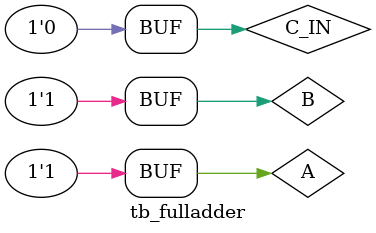
<source format=v>
module tb_fulladder;
	reg A, B, C_IN;
   wire SUM, C_OUT;
     fulladder m1(.sum(SUM),.c_out(C_OUT),.a(A),.b(B),.c_in(C_IN));
   initial
      begin
          A=1'd0; B=1'd0; C_IN=1'd0;
       #5 A=1'd1; B=1'd1; C_IN=1'd1;
       #5 A=1'd0; B=1'd1; C_IN=1'd1;
       #5 A=1'd1; B=1'd0; C_IN=1'd0;
       #5 A=1'd1; B=1'd1; C_IN=1'd0;
		 #5 A=1'd1; B=1'd1; C_IN=1'd0;
   end
endmodule  

</source>
